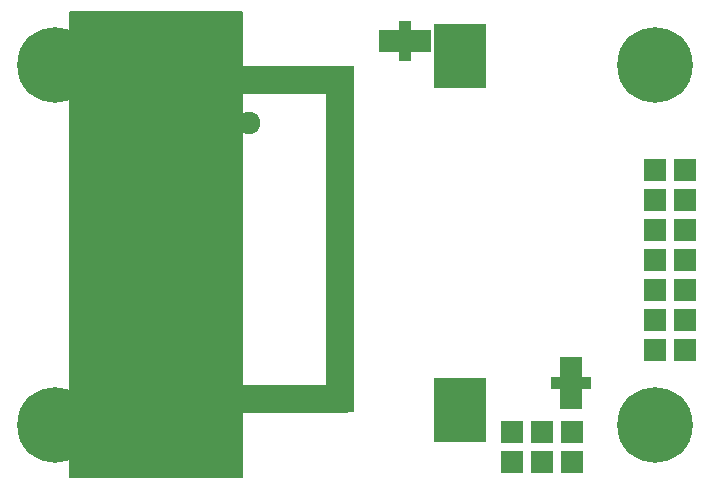
<source format=gbr>
G04 #@! TF.GenerationSoftware,KiCad,Pcbnew,(6.0.0-rc1-dev-205-gc0615c5ef)*
G04 #@! TF.CreationDate,2018-08-07T08:13:56+02:00*
G04 #@! TF.ProjectId,PCRD04B,504352443034422E6B696361645F7063,REV*
G04 #@! TF.SameCoordinates,Original*
G04 #@! TF.FileFunction,Soldermask,Top*
G04 #@! TF.FilePolarity,Negative*
%FSLAX46Y46*%
G04 Gerber Fmt 4.6, Leading zero omitted, Abs format (unit mm)*
G04 Created by KiCad (PCBNEW (6.0.0-rc1-dev-205-gc0615c5ef)) date 08/07/18 08:13:56*
%MOMM*%
%LPD*%
G01*
G04 APERTURE LIST*
%ADD10C,0.150000*%
%ADD11R,4.400000X5.400000*%
%ADD12R,1.924000X1.924000*%
%ADD13C,6.400000*%
%ADD14R,20.500000X2.400000*%
%ADD15R,2.400000X29.400000*%
%ADD16C,2.100000*%
%ADD17C,1.924000*%
%ADD18R,1.700000X1.900000*%
%ADD19R,1.100000X3.400000*%
%ADD20R,1.900000X1.700000*%
%ADD21R,3.400000X1.100000*%
G04 APERTURE END LIST*
D10*
G36*
X6350000Y40005000D02*
X6350000Y635000D01*
X20955000Y635000D01*
X20955000Y40005000D01*
X6350000Y40005000D01*
G37*
X6350000Y40005000D02*
X6350000Y635000D01*
X20955000Y635000D01*
X20955000Y40005000D01*
X6350000Y40005000D01*
D11*
G04 #@! TO.C,BT1*
X39370000Y36350000D03*
X39370000Y6350000D03*
G04 #@! TD*
D12*
G04 #@! TO.C,J1*
X48895000Y4445000D03*
X48895000Y1905000D03*
X46355000Y4445000D03*
X46355000Y1905000D03*
X43815000Y4445000D03*
X43815000Y1905000D03*
G04 #@! TD*
G04 #@! TO.C,J2*
X55880000Y21590000D03*
X58420000Y21590000D03*
G04 #@! TD*
G04 #@! TO.C,J3*
X58420000Y19050000D03*
X55880000Y19050000D03*
G04 #@! TD*
G04 #@! TO.C,J4*
X55880000Y16510000D03*
X58420000Y16510000D03*
G04 #@! TD*
G04 #@! TO.C,J5*
X55880000Y26670000D03*
X58420000Y26670000D03*
G04 #@! TD*
G04 #@! TO.C,J6*
X58420000Y24130000D03*
X55880000Y24130000D03*
G04 #@! TD*
G04 #@! TO.C,J7*
X58420000Y11430000D03*
X55880000Y11430000D03*
G04 #@! TD*
D13*
G04 #@! TO.C,M1*
X5080000Y35560000D03*
G04 #@! TD*
G04 #@! TO.C,M2*
X55880000Y35560000D03*
G04 #@! TD*
G04 #@! TO.C,M3*
X55880000Y5080000D03*
G04 #@! TD*
G04 #@! TO.C,M4*
X5080000Y5080000D03*
G04 #@! TD*
D12*
G04 #@! TO.C,J11*
X55880000Y13970000D03*
X58420000Y13970000D03*
G04 #@! TD*
D14*
G04 #@! TO.C,M5*
X19685000Y34290000D03*
X19685000Y7290000D03*
D15*
X29235000Y20790000D03*
X10135000Y20790000D03*
G04 #@! TD*
D16*
G04 #@! TO.C,D2*
X16550000Y28100000D03*
X16550000Y30640000D03*
D17*
X21550000Y30640000D03*
G04 #@! TD*
D18*
G04 #@! TO.C,C24*
X33368000Y37592000D03*
D19*
X34718000Y37592000D03*
D18*
X36068000Y37592000D03*
G04 #@! TD*
D20*
G04 #@! TO.C,C25*
X48768000Y7286000D03*
D21*
X48768000Y8636000D03*
D20*
X48768000Y9986000D03*
G04 #@! TD*
M02*

</source>
